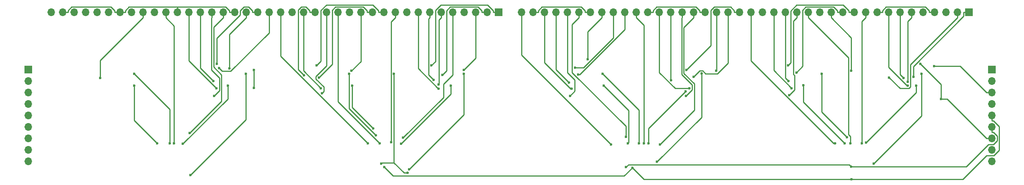
<source format=gbl>
G04 #@! TF.FileFunction,Copper,L2,Bot,Signal*
%FSLAX46Y46*%
G04 Gerber Fmt 4.6, Leading zero omitted, Abs format (unit mm)*
G04 Created by KiCad (PCBNEW 4.0.7) date *
%MOMM*%
%LPD*%
G01*
G04 APERTURE LIST*
%ADD10C,0.100000*%
%ADD11R,1.700000X1.700000*%
%ADD12O,1.700000X1.700000*%
%ADD13C,0.600000*%
%ADD14C,0.250000*%
G04 APERTURE END LIST*
D10*
D11*
X144780000Y-88900000D03*
D12*
X142240000Y-88900000D03*
X139700000Y-88900000D03*
X137160000Y-88900000D03*
X134620000Y-88900000D03*
X132080000Y-88900000D03*
X129540000Y-88900000D03*
X127000000Y-88900000D03*
X124460000Y-88900000D03*
X121920000Y-88900000D03*
X119380000Y-88900000D03*
X116840000Y-88900000D03*
X114300000Y-88900000D03*
X111760000Y-88900000D03*
X109220000Y-88900000D03*
X106680000Y-88900000D03*
X104140000Y-88900000D03*
X101600000Y-88900000D03*
X99060000Y-88900000D03*
X96520000Y-88900000D03*
X93980000Y-88900000D03*
X91440000Y-88900000D03*
X88900000Y-88900000D03*
X86360000Y-88900000D03*
X83820000Y-88900000D03*
X81280000Y-88900000D03*
X78740000Y-88900000D03*
X76200000Y-88900000D03*
X73660000Y-88900000D03*
X71120000Y-88900000D03*
X68580000Y-88900000D03*
X66040000Y-88900000D03*
X63500000Y-88900000D03*
X60960000Y-88900000D03*
X58420000Y-88900000D03*
X55880000Y-88900000D03*
X53340000Y-88900000D03*
X50800000Y-88900000D03*
X48260000Y-88900000D03*
X45720000Y-88900000D03*
D11*
X248920000Y-88900000D03*
D12*
X246380000Y-88900000D03*
X243840000Y-88900000D03*
X241300000Y-88900000D03*
X238760000Y-88900000D03*
X236220000Y-88900000D03*
X233680000Y-88900000D03*
X231140000Y-88900000D03*
X228600000Y-88900000D03*
X226060000Y-88900000D03*
X223520000Y-88900000D03*
X220980000Y-88900000D03*
X218440000Y-88900000D03*
X215900000Y-88900000D03*
X213360000Y-88900000D03*
X210820000Y-88900000D03*
X208280000Y-88900000D03*
X205740000Y-88900000D03*
X203200000Y-88900000D03*
X200660000Y-88900000D03*
X198120000Y-88900000D03*
X195580000Y-88900000D03*
X193040000Y-88900000D03*
X190500000Y-88900000D03*
X187960000Y-88900000D03*
X185420000Y-88900000D03*
X182880000Y-88900000D03*
X180340000Y-88900000D03*
X177800000Y-88900000D03*
X175260000Y-88900000D03*
X172720000Y-88900000D03*
X170180000Y-88900000D03*
X167640000Y-88900000D03*
X165100000Y-88900000D03*
X162560000Y-88900000D03*
X160020000Y-88900000D03*
X157480000Y-88900000D03*
X154940000Y-88900000D03*
X152400000Y-88900000D03*
X149860000Y-88900000D03*
D11*
X40640000Y-101600000D03*
D12*
X40640000Y-104140000D03*
X40640000Y-106680000D03*
X40640000Y-109220000D03*
X40640000Y-111760000D03*
X40640000Y-114300000D03*
X40640000Y-116840000D03*
X40640000Y-119380000D03*
X40640000Y-121920000D03*
D11*
X254000000Y-101600000D03*
D12*
X254000000Y-104140000D03*
X254000000Y-106680000D03*
X254000000Y-109220000D03*
X254000000Y-111760000D03*
X254000000Y-114300000D03*
X254000000Y-116840000D03*
X254000000Y-119380000D03*
X254000000Y-121920000D03*
D13*
X129917600Y-100687400D03*
X132356100Y-102734600D03*
X137064800Y-101649900D03*
X123652800Y-116673000D03*
X131461100Y-104900100D03*
X130360700Y-103838400D03*
X131482000Y-105792100D03*
X120997200Y-117684400D03*
X104534500Y-100639900D03*
X105009600Y-103383500D03*
X112209500Y-101865000D03*
X118505300Y-117947900D03*
X105647400Y-106828400D03*
X101688500Y-102887500D03*
X105456500Y-105701600D03*
X115879500Y-117962800D03*
X82864700Y-101215000D03*
X82358500Y-100346800D03*
X85190200Y-101334400D03*
X76366400Y-115678500D03*
X81798300Y-107390000D03*
X81627600Y-104115400D03*
X82337400Y-105765000D03*
X72945600Y-117940300D03*
X56595100Y-103435900D03*
X236638200Y-103194900D03*
X231237800Y-103346000D03*
X235367500Y-104316500D03*
X234417200Y-103423700D03*
X235367500Y-105116900D03*
X225231500Y-117951200D03*
X208906000Y-100621100D03*
X210721600Y-102228200D03*
X222889500Y-101813200D03*
X222652000Y-117938000D03*
X209179800Y-107235600D03*
X209003800Y-104140200D03*
X209688800Y-105721300D03*
X219343100Y-117955600D03*
X186408600Y-101638400D03*
X187986500Y-103206800D03*
X192950100Y-101865000D03*
X180526300Y-118144700D03*
X186302700Y-107410100D03*
X182983100Y-103981000D03*
X187051300Y-105765000D03*
X176979100Y-117958800D03*
X162439500Y-102679600D03*
X161689600Y-101182200D03*
X164541400Y-99335800D03*
X172969800Y-116479700D03*
X160589000Y-107390000D03*
X160367200Y-104465000D03*
X160989100Y-105835500D03*
X169654000Y-118144700D03*
X121626400Y-102515000D03*
X118838600Y-122459700D03*
X124631900Y-124489600D03*
X90636800Y-101661200D03*
X90645500Y-105635000D03*
X241225300Y-100816800D03*
X222924200Y-125881900D03*
X119483600Y-123170500D03*
X174393300Y-123325700D03*
X222886500Y-123111200D03*
X173003800Y-123193500D03*
X242749700Y-108115000D03*
X238144500Y-100315900D03*
X69209100Y-117933800D03*
X64094400Y-105115000D03*
X71950800Y-117948900D03*
X64096200Y-102515000D03*
X74890400Y-118042400D03*
X84863800Y-105115000D03*
X76543500Y-124960300D03*
X88812300Y-102515000D03*
X116999100Y-114589700D03*
X112353300Y-105115000D03*
X117624500Y-116122900D03*
X111700100Y-102515000D03*
X123167000Y-118056400D03*
X134201700Y-105115000D03*
X124963700Y-123679200D03*
X137097600Y-102494900D03*
X173386500Y-117968600D03*
X168040000Y-105115000D03*
X175895000Y-117969200D03*
X167810600Y-102515000D03*
X177988800Y-117962500D03*
X186191100Y-106406700D03*
X179876900Y-122018600D03*
X189718600Y-102458900D03*
X221400600Y-117959900D03*
X212254000Y-105093100D03*
X221914800Y-116545900D03*
X216359000Y-102515000D03*
X226190100Y-117722100D03*
X237211000Y-105107400D03*
X227856600Y-122451200D03*
X238438600Y-102515000D03*
D14*
X144780000Y-88900000D02*
X143604700Y-88900000D01*
X130810000Y-99795000D02*
X129917600Y-100687400D01*
X130810000Y-88507700D02*
X130810000Y-99795000D01*
X132048200Y-87269500D02*
X130810000Y-88507700D01*
X142341500Y-87269500D02*
X132048200Y-87269500D01*
X143604700Y-88532700D02*
X142341500Y-87269500D01*
X143604700Y-88900000D02*
X143604700Y-88532700D01*
X141064700Y-88532600D02*
X141064700Y-88900000D01*
X140256800Y-87724700D02*
X141064700Y-88532600D01*
X134064100Y-87724700D02*
X140256800Y-87724700D01*
X133255400Y-88533400D02*
X134064100Y-87724700D01*
X133255400Y-101835300D02*
X133255400Y-88533400D01*
X132356100Y-102734600D02*
X133255400Y-101835300D01*
X142240000Y-88900000D02*
X141064700Y-88900000D01*
X139700000Y-99014700D02*
X137064800Y-101649900D01*
X139700000Y-88900000D02*
X139700000Y-99014700D01*
X86360000Y-88900000D02*
X85184700Y-88900000D01*
X60960000Y-88900000D02*
X62135300Y-88900000D01*
X73660000Y-88900000D02*
X73660000Y-87724700D01*
X84376700Y-87724700D02*
X73660000Y-87724700D01*
X85184700Y-88532700D02*
X84376700Y-87724700D01*
X85184700Y-88900000D02*
X85184700Y-88532700D01*
X62135300Y-88532700D02*
X62135300Y-88900000D01*
X62943300Y-87724700D02*
X62135300Y-88532700D01*
X73660000Y-87724700D02*
X62943300Y-87724700D01*
X59784700Y-88532600D02*
X59784700Y-88900000D01*
X58976800Y-87724700D02*
X59784700Y-88532600D01*
X50243300Y-87724700D02*
X58976800Y-87724700D01*
X49435300Y-88532700D02*
X50243300Y-87724700D01*
X49435300Y-88900000D02*
X49435300Y-88532700D01*
X48260000Y-88900000D02*
X49435300Y-88900000D01*
X60960000Y-88900000D02*
X59784700Y-88900000D01*
X163924700Y-88532600D02*
X163924700Y-88900000D01*
X163116800Y-87724700D02*
X163924700Y-88532600D01*
X154383300Y-87724700D02*
X163116800Y-87724700D01*
X153575300Y-88532700D02*
X154383300Y-87724700D01*
X153575300Y-88900000D02*
X153575300Y-88532700D01*
X152400000Y-88900000D02*
X153575300Y-88900000D01*
X165100000Y-88900000D02*
X163924700Y-88900000D01*
X189324700Y-88532600D02*
X189324700Y-88900000D01*
X188516800Y-87724700D02*
X189324700Y-88532600D01*
X179783300Y-87724700D02*
X188516800Y-87724700D01*
X178975300Y-88532700D02*
X179783300Y-87724700D01*
X178975300Y-88900000D02*
X178975300Y-88532700D01*
X177800000Y-88900000D02*
X178975300Y-88900000D01*
X190500000Y-88900000D02*
X189324700Y-88900000D01*
X240124700Y-88532600D02*
X240124700Y-88900000D01*
X239316800Y-87724700D02*
X240124700Y-88532600D01*
X230583300Y-87724700D02*
X239316800Y-87724700D01*
X229775300Y-88532700D02*
X230583300Y-87724700D01*
X229775300Y-88900000D02*
X229775300Y-88532700D01*
X228600000Y-88900000D02*
X229775300Y-88900000D01*
X241300000Y-88900000D02*
X240124700Y-88900000D01*
X132588500Y-107737300D02*
X123652800Y-116673000D01*
X132588500Y-104799100D02*
X132588500Y-107737300D01*
X134620000Y-102767600D02*
X132588500Y-104799100D01*
X134620000Y-88900000D02*
X134620000Y-102767600D01*
X132080000Y-88900000D02*
X132080000Y-90075300D01*
X131604200Y-104757000D02*
X131461100Y-104900100D01*
X131604300Y-104757000D02*
X131604200Y-104757000D01*
X131604300Y-90551000D02*
X131604300Y-104757000D01*
X132080000Y-90075300D02*
X131604300Y-90551000D01*
X129284100Y-90331200D02*
X129540000Y-90075300D01*
X129284100Y-102761800D02*
X129284100Y-90331200D01*
X130360700Y-103838400D02*
X129284100Y-102761800D01*
X129540000Y-88900000D02*
X129540000Y-90075300D01*
X131430100Y-105792100D02*
X131482000Y-105792100D01*
X127000000Y-101362000D02*
X131430100Y-105792100D01*
X127000000Y-88900000D02*
X127000000Y-101362000D01*
X121920000Y-88900000D02*
X121920000Y-90075300D01*
X120997200Y-90998100D02*
X120997200Y-117684400D01*
X121920000Y-90075300D02*
X120997200Y-90998100D01*
X118204700Y-88532700D02*
X118204700Y-88900000D01*
X116919000Y-87247000D02*
X118204700Y-88532700D01*
X106654900Y-87247000D02*
X116919000Y-87247000D01*
X105410000Y-88491900D02*
X106654900Y-87247000D01*
X105410000Y-99764400D02*
X105410000Y-88491900D01*
X104534500Y-100639900D02*
X105410000Y-99764400D01*
X119380000Y-88900000D02*
X118204700Y-88900000D01*
X115664700Y-88532600D02*
X115664700Y-88900000D01*
X114856800Y-87724700D02*
X115664700Y-88532600D01*
X108659800Y-87724700D02*
X114856800Y-87724700D01*
X107950000Y-88434500D02*
X108659800Y-87724700D01*
X107950000Y-100443100D02*
X107950000Y-88434500D01*
X105009600Y-103383500D02*
X107950000Y-100443100D01*
X116840000Y-88900000D02*
X115664700Y-88900000D01*
X114300000Y-99774500D02*
X112209500Y-101865000D01*
X114300000Y-88900000D02*
X114300000Y-99774500D01*
X109220000Y-108662600D02*
X118505300Y-117947900D01*
X109220000Y-88900000D02*
X109220000Y-108662600D01*
X106087700Y-106388100D02*
X105647400Y-106828400D01*
X106087700Y-105433600D02*
X106087700Y-106388100D01*
X104353800Y-103699700D02*
X106087700Y-105433600D01*
X104353800Y-103075500D02*
X104353800Y-103699700D01*
X106680000Y-100749300D02*
X104353800Y-103075500D01*
X106680000Y-88900000D02*
X106680000Y-100749300D01*
X104140000Y-88900000D02*
X102964700Y-88900000D01*
X100396200Y-101595200D02*
X101688500Y-102887500D01*
X100396200Y-88418900D02*
X100396200Y-101595200D01*
X101090400Y-87724700D02*
X100396200Y-88418900D01*
X102156800Y-87724700D02*
X101090400Y-87724700D01*
X102964700Y-88532600D02*
X102156800Y-87724700D01*
X102964700Y-88900000D02*
X102964700Y-88532600D01*
X101600000Y-101845100D02*
X105456500Y-105701600D01*
X101600000Y-90075300D02*
X101600000Y-101845100D01*
X101600000Y-88900000D02*
X101600000Y-90075300D01*
X96520000Y-88900000D02*
X96520000Y-90075300D01*
X96520000Y-98603300D02*
X115879500Y-117962800D01*
X96520000Y-90075300D02*
X96520000Y-98603300D01*
X83619000Y-101969300D02*
X82864700Y-101215000D01*
X85440700Y-101969300D02*
X83619000Y-101969300D01*
X93980000Y-93430000D02*
X85440700Y-101969300D01*
X93980000Y-88900000D02*
X93980000Y-93430000D01*
X91440000Y-88900000D02*
X90264700Y-88900000D01*
X82358500Y-94618100D02*
X82358500Y-100346800D01*
X87535400Y-89441200D02*
X82358500Y-94618100D01*
X87535400Y-88582800D02*
X87535400Y-89441200D01*
X88393500Y-87724700D02*
X87535400Y-88582800D01*
X89456800Y-87724700D02*
X88393500Y-87724700D01*
X90264700Y-88532600D02*
X89456800Y-87724700D01*
X90264700Y-88900000D02*
X90264700Y-88532600D01*
X85190200Y-93785100D02*
X88900000Y-90075300D01*
X85190200Y-101334400D02*
X85190200Y-93785100D01*
X88900000Y-88900000D02*
X88900000Y-90075300D01*
X83820000Y-88900000D02*
X83820000Y-90075300D01*
X83434600Y-108610300D02*
X76366400Y-115678500D01*
X83434600Y-102745900D02*
X83434600Y-108610300D01*
X81716400Y-101027700D02*
X83434600Y-102745900D01*
X81716400Y-92178900D02*
X81716400Y-101027700D01*
X83820000Y-90075300D02*
X81716400Y-92178900D01*
X82984200Y-106204100D02*
X81798300Y-107390000D01*
X82984200Y-103490000D02*
X82984200Y-106204100D01*
X81194700Y-101700500D02*
X82984200Y-103490000D01*
X81194700Y-90160600D02*
X81194700Y-101700500D01*
X81280000Y-90075300D02*
X81194700Y-90160600D01*
X81280000Y-88900000D02*
X81280000Y-90075300D01*
X78740000Y-88900000D02*
X78740000Y-90075300D01*
X78740000Y-101227800D02*
X81627600Y-104115400D01*
X78740000Y-90075300D02*
X78740000Y-101227800D01*
X76200000Y-99627600D02*
X82337400Y-105765000D01*
X76200000Y-88900000D02*
X76200000Y-99627600D01*
X71120000Y-88900000D02*
X71120000Y-90075300D01*
X72945600Y-91900900D02*
X72945600Y-117940300D01*
X71120000Y-90075300D02*
X72945600Y-91900900D01*
X56595100Y-99520200D02*
X66040000Y-90075300D01*
X56595100Y-103435900D02*
X56595100Y-99520200D01*
X66040000Y-88900000D02*
X66040000Y-90075300D01*
X248920000Y-88900000D02*
X247744700Y-88900000D01*
X236638200Y-100879700D02*
X236638200Y-103194900D01*
X247744700Y-89773200D02*
X236638200Y-100879700D01*
X247744700Y-88900000D02*
X247744700Y-89773200D01*
X236003300Y-100452000D02*
X246380000Y-90075300D01*
X236003300Y-105424600D02*
X236003300Y-100452000D01*
X235663600Y-105764300D02*
X236003300Y-105424600D01*
X233656100Y-105764300D02*
X235663600Y-105764300D01*
X231237800Y-103346000D02*
X233656100Y-105764300D01*
X246380000Y-88900000D02*
X246380000Y-90075300D01*
X236220000Y-88900000D02*
X236220000Y-90075300D01*
X235367500Y-90927800D02*
X235367500Y-104316500D01*
X236220000Y-90075300D02*
X235367500Y-90927800D01*
X233680000Y-88900000D02*
X233680000Y-90075300D01*
X233680000Y-102686500D02*
X234417200Y-103423700D01*
X233680000Y-90075300D02*
X233680000Y-102686500D01*
X231140000Y-88900000D02*
X231140000Y-90075300D01*
X235204000Y-105116900D02*
X235367500Y-105116900D01*
X231140000Y-101052900D02*
X235204000Y-105116900D01*
X231140000Y-90075300D02*
X231140000Y-101052900D01*
X225231500Y-90903800D02*
X225231500Y-117951200D01*
X226060000Y-90075300D02*
X225231500Y-90903800D01*
X226060000Y-88900000D02*
X226060000Y-90075300D01*
X223520000Y-88900000D02*
X222344700Y-88900000D01*
X209455400Y-100071700D02*
X208906000Y-100621100D01*
X209455400Y-88597900D02*
X209455400Y-100071700D01*
X210782700Y-87270600D02*
X209455400Y-88597900D01*
X221082600Y-87270600D02*
X210782700Y-87270600D01*
X222344700Y-88532700D02*
X221082600Y-87270600D01*
X222344700Y-88900000D02*
X222344700Y-88532700D01*
X220980000Y-88900000D02*
X219804700Y-88900000D01*
X212090000Y-100859800D02*
X210721600Y-102228200D01*
X212090000Y-88437100D02*
X212090000Y-100859800D01*
X212802400Y-87724700D02*
X212090000Y-88437100D01*
X218996800Y-87724700D02*
X212802400Y-87724700D01*
X219804700Y-88532600D02*
X218996800Y-87724700D01*
X219804700Y-88900000D02*
X219804700Y-88532600D01*
X218440000Y-88900000D02*
X218440000Y-90075300D01*
X222889500Y-94524800D02*
X218440000Y-90075300D01*
X222889500Y-101813200D02*
X222889500Y-94524800D01*
X213360000Y-88900000D02*
X213360000Y-90075300D01*
X222652000Y-116398700D02*
X222652000Y-117938000D01*
X222264200Y-116010900D02*
X222652000Y-116398700D01*
X222264200Y-98979500D02*
X222264200Y-116010900D01*
X213360000Y-90075300D02*
X222264200Y-98979500D01*
X210820000Y-88900000D02*
X210820000Y-90075300D01*
X210320800Y-106094600D02*
X209179800Y-107235600D01*
X210320800Y-102886600D02*
X210320800Y-106094600D01*
X210095800Y-102661600D02*
X210320800Y-102886600D01*
X210095800Y-90799500D02*
X210095800Y-102661600D01*
X210820000Y-90075300D02*
X210095800Y-90799500D01*
X208280000Y-88900000D02*
X208280000Y-90075300D01*
X208280000Y-103416400D02*
X209003800Y-104140200D01*
X208280000Y-90075300D02*
X208280000Y-103416400D01*
X205740000Y-101772500D02*
X209688800Y-105721300D01*
X205740000Y-88900000D02*
X205740000Y-101772500D01*
X218978700Y-117955600D02*
X219343100Y-117955600D01*
X200660000Y-99636900D02*
X218978700Y-117955600D01*
X200660000Y-88900000D02*
X200660000Y-99636900D01*
X198120000Y-88900000D02*
X196944700Y-88900000D01*
X191770000Y-96277000D02*
X186408600Y-101638400D01*
X191770000Y-88505700D02*
X191770000Y-96277000D01*
X192551000Y-87724700D02*
X191770000Y-88505700D01*
X196155000Y-87724700D02*
X192551000Y-87724700D01*
X196944700Y-88514400D02*
X196155000Y-87724700D01*
X196944700Y-88900000D02*
X196944700Y-88514400D01*
X189359700Y-101833600D02*
X187986500Y-103206800D01*
X189977700Y-101833600D02*
X189359700Y-101833600D01*
X190638400Y-102494300D02*
X189977700Y-101833600D01*
X193223700Y-102494300D02*
X190638400Y-102494300D01*
X195580000Y-100138000D02*
X193223700Y-102494300D01*
X195580000Y-88900000D02*
X195580000Y-100138000D01*
X193040000Y-101775100D02*
X192950100Y-101865000D01*
X193040000Y-88900000D02*
X193040000Y-101775100D01*
X187960000Y-88900000D02*
X187960000Y-90075300D01*
X188130400Y-110540600D02*
X180526300Y-118144700D01*
X188130400Y-104763000D02*
X188130400Y-110540600D01*
X185779800Y-102412400D02*
X188130400Y-104763000D01*
X185779800Y-92255500D02*
X185779800Y-102412400D01*
X187960000Y-90075300D02*
X185779800Y-92255500D01*
X185420000Y-88900000D02*
X185420000Y-90075300D01*
X185329400Y-90165900D02*
X185420000Y-90075300D01*
X185329400Y-102666700D02*
X185329400Y-90165900D01*
X187676600Y-105013900D02*
X185329400Y-102666700D01*
X187676600Y-106036200D02*
X187676600Y-105013900D01*
X186302700Y-107410100D02*
X187676600Y-106036200D01*
X182880000Y-103877900D02*
X182983100Y-103981000D01*
X182880000Y-88900000D02*
X182880000Y-103877900D01*
X183872700Y-105765000D02*
X187051300Y-105765000D01*
X180340000Y-102232300D02*
X183872700Y-105765000D01*
X180340000Y-88900000D02*
X180340000Y-102232300D01*
X175260000Y-88900000D02*
X175260000Y-90075300D01*
X176979100Y-91794400D02*
X176979100Y-117958800D01*
X175260000Y-90075300D02*
X176979100Y-91794400D01*
X172720000Y-92683600D02*
X172720000Y-88900000D01*
X162724000Y-102679600D02*
X172720000Y-92683600D01*
X162439500Y-102679600D02*
X162724000Y-102679600D01*
X163584500Y-101182200D02*
X161689600Y-101182200D01*
X170180000Y-94586700D02*
X163584500Y-101182200D01*
X170180000Y-88900000D02*
X170180000Y-94586700D01*
X167640000Y-88900000D02*
X167640000Y-90075300D01*
X164541400Y-93173900D02*
X164541400Y-99335800D01*
X167640000Y-90075300D02*
X164541400Y-93173900D01*
X162560000Y-88900000D02*
X162560000Y-90075300D01*
X172969800Y-114134000D02*
X172969800Y-116479700D01*
X161064300Y-102228500D02*
X172969800Y-114134000D01*
X161064300Y-91571000D02*
X161064300Y-102228500D01*
X162560000Y-90075300D02*
X161064300Y-91571000D01*
X160020000Y-88900000D02*
X160020000Y-90075300D01*
X161616600Y-106362400D02*
X160589000Y-107390000D01*
X161616600Y-103872600D02*
X161616600Y-106362400D01*
X160020000Y-102276000D02*
X161616600Y-103872600D01*
X160020000Y-90075300D02*
X160020000Y-102276000D01*
X157480000Y-88900000D02*
X157480000Y-90075300D01*
X157480000Y-101577800D02*
X160367200Y-104465000D01*
X157480000Y-90075300D02*
X157480000Y-101577800D01*
X160749200Y-105835500D02*
X160989100Y-105835500D01*
X154940000Y-100026300D02*
X160749200Y-105835500D01*
X154940000Y-88900000D02*
X154940000Y-100026300D01*
X149860000Y-98350700D02*
X169654000Y-118144700D01*
X149860000Y-88900000D02*
X149860000Y-98350700D01*
X121626400Y-102515000D02*
X121626400Y-122273000D01*
X119025300Y-122273000D02*
X118838600Y-122459700D01*
X121626400Y-122273000D02*
X119025300Y-122273000D01*
X123843000Y-124489600D02*
X121626400Y-122273000D01*
X124631900Y-124489600D02*
X123843000Y-124489600D01*
X90645500Y-101669900D02*
X90636800Y-101661200D01*
X90645500Y-105635000D02*
X90645500Y-101669900D01*
X254000000Y-106680000D02*
X252824700Y-106680000D01*
X246961500Y-100816800D02*
X241225300Y-100816800D01*
X252824700Y-106680000D02*
X246961500Y-100816800D01*
X254000000Y-111760000D02*
X254000000Y-112935300D01*
X247592700Y-125881900D02*
X222924200Y-125881900D01*
X252824600Y-120650000D02*
X247592700Y-125881900D01*
X254412600Y-120650000D02*
X252824600Y-120650000D01*
X255640200Y-119422400D02*
X254412600Y-120650000D01*
X255640200Y-114208200D02*
X255640200Y-119422400D01*
X254367300Y-112935300D02*
X255640200Y-114208200D01*
X254000000Y-112935300D02*
X254367300Y-112935300D01*
X172593900Y-125125100D02*
X174393300Y-123325700D01*
X121438200Y-125125100D02*
X172593900Y-125125100D01*
X119483600Y-123170500D02*
X121438200Y-125125100D01*
X176949500Y-125881900D02*
X222924200Y-125881900D01*
X174393300Y-123325700D02*
X176949500Y-125881900D01*
X254367400Y-115475300D02*
X254000000Y-115475300D01*
X255175300Y-116283200D02*
X254367400Y-115475300D01*
X255175300Y-117373400D02*
X255175300Y-116283200D01*
X254344100Y-118204600D02*
X255175300Y-117373400D01*
X253275200Y-118204600D02*
X254344100Y-118204600D01*
X248368600Y-123111200D02*
X253275200Y-118204600D01*
X222886500Y-123111200D02*
X248368600Y-123111200D01*
X254000000Y-114300000D02*
X254000000Y-115475300D01*
X173549300Y-122648000D02*
X173003800Y-123193500D01*
X222423300Y-122648000D02*
X173549300Y-122648000D01*
X222886500Y-123111200D02*
X222423300Y-122648000D01*
X254000000Y-116840000D02*
X252824700Y-116840000D01*
X244099700Y-108115000D02*
X242749700Y-108115000D01*
X252824700Y-116840000D02*
X244099700Y-108115000D01*
X242749700Y-104921100D02*
X238144500Y-100315900D01*
X242749700Y-108115000D02*
X242749700Y-104921100D01*
X64094400Y-112819100D02*
X69209100Y-117933800D01*
X64094400Y-105115000D02*
X64094400Y-112819100D01*
X71950800Y-110369600D02*
X71950800Y-117948900D01*
X64096200Y-102515000D02*
X71950800Y-110369600D01*
X84863800Y-108069000D02*
X74890400Y-118042400D01*
X84863800Y-105115000D02*
X84863800Y-108069000D01*
X88812300Y-112691500D02*
X88812300Y-102515000D01*
X76543500Y-124960300D02*
X88812300Y-112691500D01*
X112353300Y-109943900D02*
X116999100Y-114589700D01*
X112353300Y-105115000D02*
X112353300Y-109943900D01*
X111700100Y-110198500D02*
X111700100Y-102515000D01*
X117624500Y-116122900D02*
X111700100Y-110198500D01*
X134201700Y-107021700D02*
X123167000Y-118056400D01*
X134201700Y-105115000D02*
X134201700Y-107021700D01*
X137097600Y-111545300D02*
X124963700Y-123679200D01*
X137097600Y-102494900D02*
X137097600Y-111545300D01*
X173595100Y-110670100D02*
X168040000Y-105115000D01*
X173595100Y-117760000D02*
X173595100Y-110670100D01*
X173386500Y-117968600D02*
X173595100Y-117760000D01*
X175895000Y-110599400D02*
X175895000Y-117969200D01*
X167810600Y-102515000D02*
X175895000Y-110599400D01*
X177988800Y-114609000D02*
X177988800Y-117962500D01*
X186191100Y-106406700D02*
X177988800Y-114609000D01*
X189718600Y-112176900D02*
X179876900Y-122018600D01*
X189718600Y-102458900D02*
X189718600Y-112176900D01*
X212254000Y-108813300D02*
X221400600Y-117959900D01*
X212254000Y-105093100D02*
X212254000Y-108813300D01*
X216359000Y-110990100D02*
X216359000Y-102515000D01*
X221914800Y-116545900D02*
X216359000Y-110990100D01*
X237211000Y-106701200D02*
X237211000Y-105107400D01*
X226190100Y-117722100D02*
X237211000Y-106701200D01*
X238438600Y-111869200D02*
X238438600Y-102515000D01*
X227856600Y-122451200D02*
X238438600Y-111869200D01*
M02*

</source>
